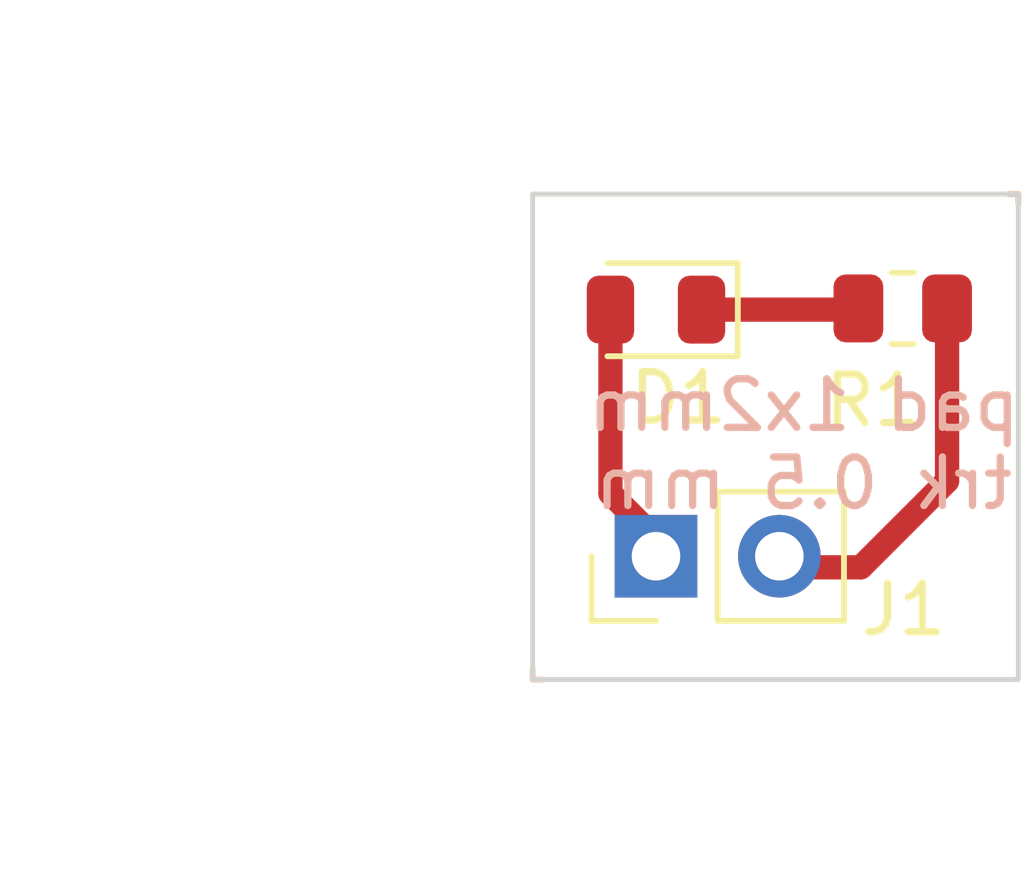
<source format=kicad_pcb>
(kicad_pcb (version 20171130) (host pcbnew 5.1.12-84ad8e8a86~92~ubuntu18.04.1)

  (general
    (thickness 1.6)
    (drawings 15)
    (tracks 7)
    (zones 0)
    (modules 3)
    (nets 4)
  )

  (page A4)
  (layers
    (0 F.Cu signal)
    (31 B.Cu signal)
    (32 B.Adhes user)
    (33 F.Adhes user)
    (34 B.Paste user)
    (35 F.Paste user)
    (36 B.SilkS user)
    (37 F.SilkS user)
    (38 B.Mask user)
    (39 F.Mask user)
    (40 Dwgs.User user)
    (41 Cmts.User user)
    (42 Eco1.User user)
    (43 Eco2.User user)
    (44 Edge.Cuts user)
    (45 Margin user)
    (46 B.CrtYd user)
    (47 F.CrtYd user)
    (48 B.Fab user)
    (49 F.Fab user)
  )

  (setup
    (last_trace_width 0.25)
    (user_trace_width 0.5)
    (trace_clearance 0.2)
    (zone_clearance 0.508)
    (zone_45_only no)
    (trace_min 0.2)
    (via_size 0.8)
    (via_drill 0.4)
    (via_min_size 0.4)
    (via_min_drill 0.3)
    (uvia_size 0.3)
    (uvia_drill 0.1)
    (uvias_allowed no)
    (uvia_min_size 0.2)
    (uvia_min_drill 0.1)
    (edge_width 0.05)
    (segment_width 0.2)
    (pcb_text_width 0.3)
    (pcb_text_size 1.5 1.5)
    (mod_edge_width 0.12)
    (mod_text_size 1 1)
    (mod_text_width 0.15)
    (pad_size 1.524 1.524)
    (pad_drill 0.762)
    (pad_to_mask_clearance 0)
    (aux_axis_origin 0 0)
    (visible_elements FFFFFF7F)
    (pcbplotparams
      (layerselection 0x010fc_ffffffff)
      (usegerberextensions false)
      (usegerberattributes false)
      (usegerberadvancedattributes true)
      (creategerberjobfile true)
      (excludeedgelayer true)
      (linewidth 0.100000)
      (plotframeref false)
      (viasonmask false)
      (mode 1)
      (useauxorigin false)
      (hpglpennumber 1)
      (hpglpenspeed 20)
      (hpglpendiameter 15.000000)
      (psnegative false)
      (psa4output false)
      (plotreference true)
      (plotvalue true)
      (plotinvisibletext false)
      (padsonsilk false)
      (subtractmaskfromsilk false)
      (outputformat 1)
      (mirror false)
      (drillshape 0)
      (scaleselection 1)
      (outputdirectory "../../docker/etool/resources/pad2pad-gerber/"))
  )

  (net 0 "")
  (net 1 +5V)
  (net 2 "Net-(D1-Pad1)")
  (net 3 GND)

  (net_class Default "This is the default net class."
    (clearance 0.2)
    (trace_width 0.25)
    (via_dia 0.8)
    (via_drill 0.4)
    (uvia_dia 0.3)
    (uvia_drill 0.1)
    (add_net +5V)
    (add_net GND)
    (add_net "Net-(D1-Pad1)")
  )

  (module Resistor_SMD:R_0805_2012Metric (layer F.Cu) (tedit 5F68FEEE) (tstamp 6253824A)
    (at 7.62 -7.645 180)
    (descr "Resistor SMD 0805 (2012 Metric), square (rectangular) end terminal, IPC_7351 nominal, (Body size source: IPC-SM-782 page 72, https://www.pcb-3d.com/wordpress/wp-content/uploads/ipc-sm-782a_amendment_1_and_2.pdf), generated with kicad-footprint-generator")
    (tags resistor)
    (path /62532987)
    (attr smd)
    (fp_text reference R1 (at 0.61 -1.895) (layer F.SilkS)
      (effects (font (size 1 1) (thickness 0.15)))
    )
    (fp_text value R (at 0 1.65) (layer F.Fab)
      (effects (font (size 1 1) (thickness 0.15)))
    )
    (fp_line (start -1 0.625) (end -1 -0.625) (layer F.Fab) (width 0.1))
    (fp_line (start -1 -0.625) (end 1 -0.625) (layer F.Fab) (width 0.1))
    (fp_line (start 1 -0.625) (end 1 0.625) (layer F.Fab) (width 0.1))
    (fp_line (start 1 0.625) (end -1 0.625) (layer F.Fab) (width 0.1))
    (fp_line (start -0.227064 -0.735) (end 0.227064 -0.735) (layer F.SilkS) (width 0.12))
    (fp_line (start -0.227064 0.735) (end 0.227064 0.735) (layer F.SilkS) (width 0.12))
    (fp_line (start -1.68 0.95) (end -1.68 -0.95) (layer F.CrtYd) (width 0.05))
    (fp_line (start -1.68 -0.95) (end 1.68 -0.95) (layer F.CrtYd) (width 0.05))
    (fp_line (start 1.68 -0.95) (end 1.68 0.95) (layer F.CrtYd) (width 0.05))
    (fp_line (start 1.68 0.95) (end -1.68 0.95) (layer F.CrtYd) (width 0.05))
    (fp_text user %R (at 0 0) (layer F.Fab)
      (effects (font (size 0.5 0.5) (thickness 0.08)))
    )
    (pad 2 smd roundrect (at 0.9125 0 180) (size 1.025 1.4) (layers F.Cu F.Paste F.Mask) (roundrect_rratio 0.2439004878048781)
      (net 2 "Net-(D1-Pad1)"))
    (pad 1 smd roundrect (at -0.9125 0 180) (size 1.025 1.4) (layers F.Cu F.Paste F.Mask) (roundrect_rratio 0.2439004878048781)
      (net 3 GND))
    (model ${KISYS3DMOD}/Resistor_SMD.3dshapes/R_0805_2012Metric.wrl
      (at (xyz 0 0 0))
      (scale (xyz 1 1 1))
      (rotate (xyz 0 0 0))
    )
  )

  (module Connector_PinHeader_2.54mm:PinHeader_1x02_P2.54mm_Vertical (layer F.Cu) (tedit 59FED5CC) (tstamp 625382DC)
    (at 2.54 -2.54 90)
    (descr "Through hole straight pin header, 1x02, 2.54mm pitch, single row")
    (tags "Through hole pin header THT 1x02 2.54mm single row")
    (path /625387C7)
    (fp_text reference J1 (at -1.1 5.1 180) (layer F.SilkS)
      (effects (font (size 1 1) (thickness 0.15)))
    )
    (fp_text value Conn_01x02_Male (at 0 4.87 90) (layer F.Fab)
      (effects (font (size 1 1) (thickness 0.15)))
    )
    (fp_line (start -0.635 -1.27) (end 1.27 -1.27) (layer F.Fab) (width 0.1))
    (fp_line (start 1.27 -1.27) (end 1.27 3.81) (layer F.Fab) (width 0.1))
    (fp_line (start 1.27 3.81) (end -1.27 3.81) (layer F.Fab) (width 0.1))
    (fp_line (start -1.27 3.81) (end -1.27 -0.635) (layer F.Fab) (width 0.1))
    (fp_line (start -1.27 -0.635) (end -0.635 -1.27) (layer F.Fab) (width 0.1))
    (fp_line (start -1.33 3.87) (end 1.33 3.87) (layer F.SilkS) (width 0.12))
    (fp_line (start -1.33 1.27) (end -1.33 3.87) (layer F.SilkS) (width 0.12))
    (fp_line (start 1.33 1.27) (end 1.33 3.87) (layer F.SilkS) (width 0.12))
    (fp_line (start -1.33 1.27) (end 1.33 1.27) (layer F.SilkS) (width 0.12))
    (fp_line (start -1.33 0) (end -1.33 -1.33) (layer F.SilkS) (width 0.12))
    (fp_line (start -1.33 -1.33) (end 0 -1.33) (layer F.SilkS) (width 0.12))
    (fp_line (start -1.8 -1.8) (end -1.8 4.35) (layer F.CrtYd) (width 0.05))
    (fp_line (start -1.8 4.35) (end 1.8 4.35) (layer F.CrtYd) (width 0.05))
    (fp_line (start 1.8 4.35) (end 1.8 -1.8) (layer F.CrtYd) (width 0.05))
    (fp_line (start 1.8 -1.8) (end -1.8 -1.8) (layer F.CrtYd) (width 0.05))
    (fp_text user %R (at 0 1.27) (layer F.Fab)
      (effects (font (size 1 1) (thickness 0.15)))
    )
    (pad 2 thru_hole oval (at 0 2.54 90) (size 1.7 1.7) (drill 1) (layers *.Cu *.Mask)
      (net 3 GND))
    (pad 1 thru_hole rect (at 0 0 90) (size 1.7 1.7) (drill 1) (layers *.Cu *.Mask)
      (net 1 +5V))
    (model ${KISYS3DMOD}/Connector_PinHeader_2.54mm.3dshapes/PinHeader_1x02_P2.54mm_Vertical.wrl
      (at (xyz 0 0 0))
      (scale (xyz 1 1 1))
      (rotate (xyz 0 0 0))
    )
  )

  (module LED_SMD:LED_0805_2012Metric (layer F.Cu) (tedit 5F68FEF1) (tstamp 6253829A)
    (at 2.54 -7.62 180)
    (descr "LED SMD 0805 (2012 Metric), square (rectangular) end terminal, IPC_7351 nominal, (Body size source: https://docs.google.com/spreadsheets/d/1BsfQQcO9C6DZCsRaXUlFlo91Tg2WpOkGARC1WS5S8t0/edit?usp=sharing), generated with kicad-footprint-generator")
    (tags LED)
    (path /6253249A)
    (attr smd)
    (fp_text reference D1 (at -0.46 -1.82) (layer F.SilkS)
      (effects (font (size 1 1) (thickness 0.15)))
    )
    (fp_text value LED (at 0 1.65) (layer F.Fab)
      (effects (font (size 1 1) (thickness 0.15)))
    )
    (fp_line (start 1 -0.6) (end -0.7 -0.6) (layer F.Fab) (width 0.1))
    (fp_line (start -0.7 -0.6) (end -1 -0.3) (layer F.Fab) (width 0.1))
    (fp_line (start -1 -0.3) (end -1 0.6) (layer F.Fab) (width 0.1))
    (fp_line (start -1 0.6) (end 1 0.6) (layer F.Fab) (width 0.1))
    (fp_line (start 1 0.6) (end 1 -0.6) (layer F.Fab) (width 0.1))
    (fp_line (start 1 -0.96) (end -1.685 -0.96) (layer F.SilkS) (width 0.12))
    (fp_line (start -1.685 -0.96) (end -1.685 0.96) (layer F.SilkS) (width 0.12))
    (fp_line (start -1.685 0.96) (end 1 0.96) (layer F.SilkS) (width 0.12))
    (fp_line (start -1.68 0.95) (end -1.68 -0.95) (layer F.CrtYd) (width 0.05))
    (fp_line (start -1.68 -0.95) (end 1.68 -0.95) (layer F.CrtYd) (width 0.05))
    (fp_line (start 1.68 -0.95) (end 1.68 0.95) (layer F.CrtYd) (width 0.05))
    (fp_line (start 1.68 0.95) (end -1.68 0.95) (layer F.CrtYd) (width 0.05))
    (fp_text user %R (at 0 0) (layer F.Fab)
      (effects (font (size 0.5 0.5) (thickness 0.08)))
    )
    (pad 2 smd roundrect (at 0.9375 0 180) (size 0.975 1.4) (layers F.Cu F.Paste F.Mask) (roundrect_rratio 0.25)
      (net 1 +5V))
    (pad 1 smd roundrect (at -0.9375 0 180) (size 0.975 1.4) (layers F.Cu F.Paste F.Mask) (roundrect_rratio 0.25)
      (net 2 "Net-(D1-Pad1)"))
    (model ${KISYS3DMOD}/LED_SMD.3dshapes/LED_0805_2012Metric.wrl
      (at (xyz 0 0 0))
      (scale (xyz 1 1 1))
      (rotate (xyz 0 0 0))
    )
  )

  (gr_line (start 10 -10) (end 10 -9.8) (layer B.SilkS) (width 0.12))
  (gr_line (start 9.8 -10) (end 10 -10) (layer B.SilkS) (width 0.12))
  (gr_line (start 0 0) (end 0.2 0) (layer B.SilkS) (width 0.12))
  (gr_line (start 0 -0.2) (end 0 0) (layer B.SilkS) (width 0.12))
  (gr_line (start 10 -10) (end 10 -9.8) (layer F.SilkS) (width 0.12))
  (gr_line (start 9.8 -10) (end 10 -10) (layer F.SilkS) (width 0.12))
  (gr_line (start 0 0) (end 0.2 0) (layer F.SilkS) (width 0.12))
  (gr_line (start 0 -0.2) (end 0 0) (layer F.SilkS) (width 0.12))
  (dimension 10 (width 0.15) (layer F.Fab)
    (gr_text "10,000 mm" (at -7.3 -5 90) (layer F.Fab)
      (effects (font (size 1 1) (thickness 0.15)))
    )
    (feature1 (pts (xy 0 -10) (xy -6.586421 -10)))
    (feature2 (pts (xy 0 0) (xy -6.586421 0)))
    (crossbar (pts (xy -6 0) (xy -6 -10)))
    (arrow1a (pts (xy -6 -10) (xy -5.413579 -8.873496)))
    (arrow1b (pts (xy -6 -10) (xy -6.586421 -8.873496)))
    (arrow2a (pts (xy -6 0) (xy -5.413579 -1.126504)))
    (arrow2b (pts (xy -6 0) (xy -6.586421 -1.126504)))
  )
  (dimension 10 (width 0.15) (layer F.Fab)
    (gr_text "10,000 mm" (at 5 -13.3) (layer F.Fab)
      (effects (font (size 1 1) (thickness 0.15)))
    )
    (feature1 (pts (xy 10 -10) (xy 10 -12.586421)))
    (feature2 (pts (xy 0 -10) (xy 0 -12.586421)))
    (crossbar (pts (xy 0 -12) (xy 10 -12)))
    (arrow1a (pts (xy 10 -12) (xy 8.873496 -11.413579)))
    (arrow1b (pts (xy 10 -12) (xy 8.873496 -12.586421)))
    (arrow2a (pts (xy 0 -12) (xy 1.126504 -11.413579)))
    (arrow2b (pts (xy 0 -12) (xy 1.126504 -12.586421)))
  )
  (gr_text "pad 1x2mm\ntrk 0.5 mm\n\n" (at 5.58 -4.04) (layer B.SilkS) (tstamp 62D53D2B)
    (effects (font (size 1 1) (thickness 0.15)) (justify mirror))
  )
  (gr_line (start 10 -10) (end 10 0) (layer Edge.Cuts) (width 0.1) (tstamp 62D53D28))
  (gr_line (start 0 -10) (end 10 -10) (layer Edge.Cuts) (width 0.1) (tstamp 625382C5))
  (gr_line (start 0 0) (end 0 -10) (layer Edge.Cuts) (width 0.1) (tstamp 6253827A))
  (gr_line (start 10 0) (end 0 0) (layer Edge.Cuts) (width 0.1) (tstamp 625382C2))

  (segment (start 1.6025 -7.62) (end 1.6025 -3.8331) (width 0.5) (layer F.Cu) (net 1) (tstamp 62538274))
  (segment (start 1.6025 -3.8331) (end 2.5908 -2.8448) (width 0.5) (layer F.Cu) (net 1) (tstamp 62538277))
  (segment (start 2.5908 -2.8448) (end 2.6162 -2.8194) (width 0.5) (layer F.Cu) (net 1) (tstamp 62538280))
  (segment (start 3.4775 -7.62) (end 6.4516 -7.62) (width 0.5) (layer F.Cu) (net 2) (tstamp 62538286))
  (segment (start 8.5325 -7.645) (end 8.5325 -4.0875) (width 0.5) (layer F.Cu) (net 3) (tstamp 62538271))
  (segment (start 8.5325 -4.0875) (end 6.7564 -2.3114) (width 0.5) (layer F.Cu) (net 3) (tstamp 62538283))
  (segment (start 6.7564 -2.3114) (end 5.461 -2.3114) (width 0.5) (layer F.Cu) (net 3) (tstamp 62538238))

)

</source>
